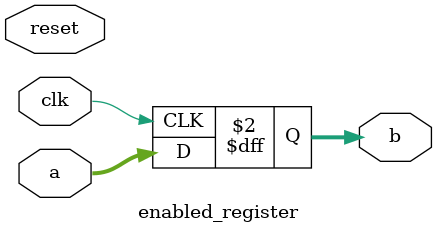
<source format=v>
`timescale 1ns / 1ps
module enabled_register #(parameter WIDTH = 32)
			(input clk, reset,
			 input [WIDTH-1:0] a,
			 output reg [WIDTH-1:0] b);
	 
always @(posedge clk)
	b <= a;


endmodule

</source>
